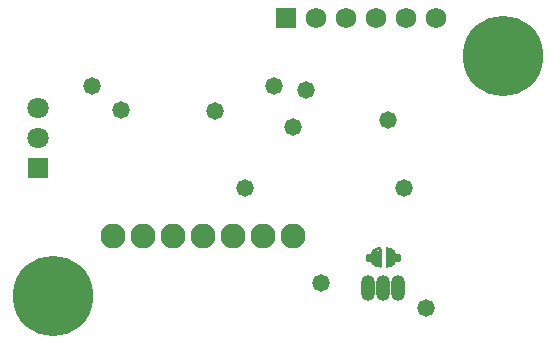
<source format=gbs>
G04 Layer_Color=8150272*
%FSLAX25Y25*%
%MOIN*%
G70*
G01*
G75*
%ADD18C,0.01000*%
%ADD31R,0.02000X0.05000*%
%ADD32R,0.02000X0.03500*%
%ADD46C,0.08300*%
%ADD47O,0.04737X0.08674*%
%ADD48O,0.04737X0.08674*%
%ADD49R,0.07099X0.07099*%
%ADD50C,0.07099*%
%ADD51C,0.26784*%
%ADD52C,0.06800*%
%ADD53R,0.06800X0.06800*%
%ADD54C,0.05800*%
G04:AMPARAMS|DCode=55|XSize=28mil|YSize=28mil|CornerRadius=9mil|HoleSize=0mil|Usage=FLASHONLY|Rotation=180.000|XOffset=0mil|YOffset=0mil|HoleType=Round|Shape=RoundedRectangle|*
%AMROUNDEDRECTD55*
21,1,0.02800,0.01000,0,0,180.0*
21,1,0.01000,0.02800,0,0,180.0*
1,1,0.01800,-0.00500,0.00500*
1,1,0.01800,0.00500,0.00500*
1,1,0.01800,0.00500,-0.00500*
1,1,0.01800,-0.00500,-0.00500*
%
%ADD55ROUNDEDRECTD55*%
D18*
X131200Y29800D02*
G03*
X131200Y35631I0J2915D01*
G01*
X128800Y35700D02*
G03*
X128800Y29869I0J-2915D01*
G01*
X131200Y29800D02*
Y35631D01*
X128800Y29869D02*
Y35700D01*
D31*
X132200Y32800D02*
D03*
X127800Y32700D02*
D03*
D32*
X132700Y32550D02*
D03*
X127300Y32950D02*
D03*
D46*
X100000Y40000D02*
D03*
X90000D02*
D03*
X80000D02*
D03*
X70000D02*
D03*
X40000D02*
D03*
X50000D02*
D03*
X60000D02*
D03*
D47*
X125000Y22500D02*
D03*
X135000D02*
D03*
D48*
X130000D02*
D03*
D49*
X15000Y62500D02*
D03*
D50*
Y72500D02*
D03*
Y82500D02*
D03*
D51*
X20000Y20000D02*
D03*
X170000Y100000D02*
D03*
D52*
X127500Y112500D02*
D03*
X107500D02*
D03*
X117500D02*
D03*
X137500D02*
D03*
X147500D02*
D03*
D53*
X97500D02*
D03*
D54*
X74000Y81400D02*
D03*
X100000Y76300D02*
D03*
X83900Y56000D02*
D03*
X137000D02*
D03*
X131500Y78500D02*
D03*
X104059Y88459D02*
D03*
X93600Y90000D02*
D03*
X32900D02*
D03*
X144200Y15900D02*
D03*
X109200Y24200D02*
D03*
X42500Y82000D02*
D03*
D55*
X125500Y32500D02*
D03*
X134500D02*
D03*
M02*

</source>
